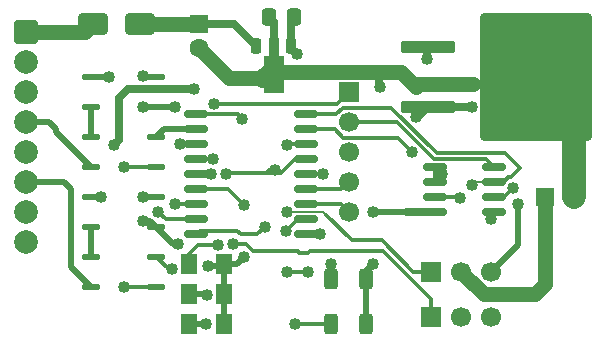
<source format=gtl>
G04 #@! TF.GenerationSoftware,KiCad,Pcbnew,9.0.6*
G04 #@! TF.CreationDate,2025-12-01T20:46:10-08:00*
G04 #@! TF.ProjectId,RocketServo,526f636b-6574-4536-9572-766f2e6b6963,n/c*
G04 #@! TF.SameCoordinates,Original*
G04 #@! TF.FileFunction,Copper,L1,Top*
G04 #@! TF.FilePolarity,Positive*
%FSLAX46Y46*%
G04 Gerber Fmt 4.6, Leading zero omitted, Abs format (unit mm)*
G04 Created by KiCad (PCBNEW 9.0.6) date 2025-12-01 20:46:10*
%MOMM*%
%LPD*%
G01*
G04 APERTURE LIST*
G04 Aperture macros list*
%AMRoundRect*
0 Rectangle with rounded corners*
0 $1 Rounding radius*
0 $2 $3 $4 $5 $6 $7 $8 $9 X,Y pos of 4 corners*
0 Add a 4 corners polygon primitive as box body*
4,1,4,$2,$3,$4,$5,$6,$7,$8,$9,$2,$3,0*
0 Add four circle primitives for the rounded corners*
1,1,$1+$1,$2,$3*
1,1,$1+$1,$4,$5*
1,1,$1+$1,$6,$7*
1,1,$1+$1,$8,$9*
0 Add four rect primitives between the rounded corners*
20,1,$1+$1,$2,$3,$4,$5,0*
20,1,$1+$1,$4,$5,$6,$7,0*
20,1,$1+$1,$6,$7,$8,$9,0*
20,1,$1+$1,$8,$9,$2,$3,0*%
%AMFreePoly0*
4,1,9,3.862500,-0.866500,0.737500,-0.866500,0.737500,-0.450000,-0.737500,-0.450000,-0.737500,0.450000,0.737500,0.450000,0.737500,0.866500,3.862500,0.866500,3.862500,-0.866500,3.862500,-0.866500,$1*%
G04 Aperture macros list end*
G04 #@! TA.AperFunction,SMDPad,CuDef*
%ADD10RoundRect,0.250001X-0.462499X-0.624999X0.462499X-0.624999X0.462499X0.624999X-0.462499X0.624999X0*%
G04 #@! TD*
G04 #@! TA.AperFunction,SMDPad,CuDef*
%ADD11RoundRect,0.137500X0.587500X0.137500X-0.587500X0.137500X-0.587500X-0.137500X0.587500X-0.137500X0*%
G04 #@! TD*
G04 #@! TA.AperFunction,SMDPad,CuDef*
%ADD12RoundRect,0.250000X0.337500X0.475000X-0.337500X0.475000X-0.337500X-0.475000X0.337500X-0.475000X0*%
G04 #@! TD*
G04 #@! TA.AperFunction,SMDPad,CuDef*
%ADD13RoundRect,0.225000X-0.225000X0.425000X-0.225000X-0.425000X0.225000X-0.425000X0.225000X0.425000X0*%
G04 #@! TD*
G04 #@! TA.AperFunction,SMDPad,CuDef*
%ADD14FreePoly0,270.000000*%
G04 #@! TD*
G04 #@! TA.AperFunction,SMDPad,CuDef*
%ADD15RoundRect,0.150000X-0.875000X-0.150000X0.875000X-0.150000X0.875000X0.150000X-0.875000X0.150000X0*%
G04 #@! TD*
G04 #@! TA.AperFunction,SMDPad,CuDef*
%ADD16RoundRect,0.250000X-0.312500X-0.625000X0.312500X-0.625000X0.312500X0.625000X-0.312500X0.625000X0*%
G04 #@! TD*
G04 #@! TA.AperFunction,ComponentPad*
%ADD17R,1.700000X1.700000*%
G04 #@! TD*
G04 #@! TA.AperFunction,ComponentPad*
%ADD18C,1.700000*%
G04 #@! TD*
G04 #@! TA.AperFunction,ComponentPad*
%ADD19RoundRect,0.250000X-0.550000X-0.550000X0.550000X-0.550000X0.550000X0.550000X-0.550000X0.550000X0*%
G04 #@! TD*
G04 #@! TA.AperFunction,ComponentPad*
%ADD20C,1.600000*%
G04 #@! TD*
G04 #@! TA.AperFunction,SMDPad,CuDef*
%ADD21RoundRect,0.250000X1.000000X0.650000X-1.000000X0.650000X-1.000000X-0.650000X1.000000X-0.650000X0*%
G04 #@! TD*
G04 #@! TA.AperFunction,SMDPad,CuDef*
%ADD22RoundRect,0.150000X-0.825000X-0.150000X0.825000X-0.150000X0.825000X0.150000X-0.825000X0.150000X0*%
G04 #@! TD*
G04 #@! TA.AperFunction,ComponentPad*
%ADD23RoundRect,0.250000X-0.750000X0.750000X-0.750000X-0.750000X0.750000X-0.750000X0.750000X0.750000X0*%
G04 #@! TD*
G04 #@! TA.AperFunction,ComponentPad*
%ADD24C,2.000000*%
G04 #@! TD*
G04 #@! TA.AperFunction,SMDPad,CuDef*
%ADD25RoundRect,0.137500X-0.587500X-0.137500X0.587500X-0.137500X0.587500X0.137500X-0.587500X0.137500X0*%
G04 #@! TD*
G04 #@! TA.AperFunction,ComponentPad*
%ADD26RoundRect,0.250000X-0.550000X0.550000X-0.550000X-0.550000X0.550000X-0.550000X0.550000X0.550000X0*%
G04 #@! TD*
G04 #@! TA.AperFunction,SMDPad,CuDef*
%ADD27RoundRect,0.250000X-2.050000X-0.300000X2.050000X-0.300000X2.050000X0.300000X-2.050000X0.300000X0*%
G04 #@! TD*
G04 #@! TA.AperFunction,SMDPad,CuDef*
%ADD28RoundRect,0.250002X-4.449998X-5.149998X4.449998X-5.149998X4.449998X5.149998X-4.449998X5.149998X0*%
G04 #@! TD*
G04 #@! TA.AperFunction,ViaPad*
%ADD29C,1.016000*%
G04 #@! TD*
G04 #@! TA.AperFunction,Conductor*
%ADD30C,0.508000*%
G04 #@! TD*
G04 #@! TA.AperFunction,Conductor*
%ADD31C,0.635000*%
G04 #@! TD*
G04 #@! TA.AperFunction,Conductor*
%ADD32C,1.270000*%
G04 #@! TD*
G04 #@! TA.AperFunction,Conductor*
%ADD33C,0.304800*%
G04 #@! TD*
G04 #@! TA.AperFunction,Conductor*
%ADD34C,0.203200*%
G04 #@! TD*
G04 #@! TA.AperFunction,Conductor*
%ADD35C,2.032000*%
G04 #@! TD*
G04 APERTURE END LIST*
D10*
X85507500Y-121285000D03*
X88482500Y-121285000D03*
D11*
X82760000Y-120650000D03*
X82760000Y-118110000D03*
X77260000Y-118110000D03*
X77260000Y-120650000D03*
D10*
X85507500Y-123825000D03*
X88482500Y-123825000D03*
D12*
X94382500Y-97790000D03*
X92307500Y-97790000D03*
D13*
X94210000Y-100285000D03*
D14*
X92710000Y-100372500D03*
D13*
X91210000Y-100285000D03*
D15*
X86155000Y-106045000D03*
X86155000Y-107315000D03*
X86155000Y-108585000D03*
X86155000Y-109855000D03*
X86155000Y-111125000D03*
X86155000Y-112395000D03*
X86155000Y-113665000D03*
X86155000Y-114935000D03*
X86155000Y-116205000D03*
X95455000Y-116205000D03*
X95455000Y-114935000D03*
X95455000Y-113665000D03*
X95455000Y-112395000D03*
X95455000Y-111125000D03*
X95455000Y-109855000D03*
X95455000Y-108585000D03*
X95455000Y-107315000D03*
X95455000Y-106045000D03*
D16*
X97597500Y-123825000D03*
X100522500Y-123825000D03*
D10*
X85507500Y-118745000D03*
X88482500Y-118745000D03*
D11*
X82760000Y-110490000D03*
X82760000Y-107950000D03*
X77260000Y-107950000D03*
X77260000Y-110490000D03*
D17*
X106045000Y-119380000D03*
D18*
X108585000Y-119380000D03*
X111125000Y-119380000D03*
D19*
X115657621Y-113030000D03*
D20*
X118157621Y-113030000D03*
D21*
X81375000Y-98425000D03*
X77375000Y-98425000D03*
D17*
X99060000Y-104140000D03*
D18*
X99060000Y-106680000D03*
X99060000Y-109220000D03*
X99060000Y-111760000D03*
X99060000Y-114300000D03*
D17*
X106045000Y-123190000D03*
D18*
X108585000Y-123190000D03*
X111125000Y-123190000D03*
D22*
X106380000Y-110490000D03*
X106380000Y-111760000D03*
X106380000Y-113030000D03*
X106380000Y-114300000D03*
X111330000Y-114300000D03*
X111330000Y-113030000D03*
X111330000Y-111760000D03*
X111330000Y-110490000D03*
D23*
X71755000Y-99060000D03*
D24*
X71755000Y-101600000D03*
X71755000Y-104140000D03*
X71755000Y-106680000D03*
X71755000Y-109220000D03*
X71755000Y-111760000D03*
X71755000Y-114300000D03*
X71755000Y-116840000D03*
D25*
X77260000Y-113030000D03*
X77260000Y-115570000D03*
X82760000Y-115570000D03*
X82760000Y-113030000D03*
D26*
X86360000Y-98425000D03*
D20*
X86360000Y-100425000D03*
D16*
X97597500Y-120015000D03*
X100522500Y-120015000D03*
D25*
X77260000Y-102870000D03*
X77260000Y-105410000D03*
X82760000Y-105410000D03*
X82760000Y-102870000D03*
D27*
X105785000Y-100330000D03*
D28*
X114935000Y-102870000D03*
D27*
X105785000Y-105410000D03*
D29*
X79184500Y-108648500D03*
X85979000Y-103886000D03*
X101727000Y-103759000D03*
X97536000Y-118745000D03*
X93853000Y-119380000D03*
X96625600Y-116205000D03*
X95631000Y-119380000D03*
X90194541Y-118132264D03*
X87122000Y-118872000D03*
X81657074Y-115060099D03*
X84617446Y-116980052D03*
X87376000Y-111125000D03*
X84328000Y-105410000D03*
X81607000Y-113030000D03*
X112930645Y-112282959D03*
X106988000Y-111125000D03*
X101092000Y-114300000D03*
X109474000Y-112014000D03*
X93853000Y-114300000D03*
X96901000Y-111125000D03*
X94646000Y-100934000D03*
X104439223Y-109236647D03*
X82915000Y-114300000D03*
X91948000Y-115570000D03*
X89262388Y-117022798D03*
X93853000Y-108643800D03*
X113411000Y-113665000D03*
X101092000Y-118745000D03*
X109522000Y-105410000D03*
X80010000Y-110490000D03*
X84328000Y-113665000D03*
X90153100Y-113703035D03*
X88001059Y-117131479D03*
X92837000Y-110744000D03*
X88641016Y-111047953D03*
X80010000Y-120650000D03*
X84763142Y-108510640D03*
X84079301Y-119155666D03*
X87630000Y-105156000D03*
X87583593Y-109774407D03*
X109601000Y-103505000D03*
X104775000Y-106299000D03*
X105664000Y-101346000D03*
X108458000Y-113157000D03*
X94488000Y-123825000D03*
X93726000Y-115951000D03*
X90043000Y-106426000D03*
X81657000Y-105383549D03*
X111125000Y-114935000D03*
X87051541Y-121341541D03*
X86995000Y-123825000D03*
X78740000Y-102870000D03*
X81607000Y-102802455D03*
X78105000Y-113030000D03*
D30*
X104390766Y-114300000D02*
X104013000Y-114300000D01*
D31*
X104013000Y-114300000D02*
X106380000Y-114300000D01*
X80391000Y-103886000D02*
X79629000Y-104648000D01*
X85979000Y-103886000D02*
X80391000Y-103886000D01*
X79629000Y-104648000D02*
X79629000Y-108204000D01*
X101727000Y-103759000D02*
X101600000Y-103632000D01*
D32*
X92110000Y-102454000D02*
X101600000Y-102454000D01*
D31*
X101600000Y-103632000D02*
X101600000Y-102454000D01*
D32*
X91567000Y-102997000D02*
X92110000Y-102454000D01*
X103470000Y-102454000D02*
X104775000Y-103759000D01*
X101600000Y-102454000D02*
X103470000Y-102454000D01*
X104775000Y-103759000D02*
X105029000Y-103505000D01*
X105029000Y-103505000D02*
X109601000Y-103505000D01*
D33*
X94709500Y-100784500D02*
X94709500Y-100870500D01*
X94709500Y-100870500D02*
X94646000Y-100934000D01*
X94210000Y-100285000D02*
X94709500Y-100784500D01*
X85507500Y-118745000D02*
X85507500Y-117870001D01*
X95775501Y-117602000D02*
X95627101Y-117750400D01*
X101981000Y-117602000D02*
X95775501Y-117602000D01*
X86261509Y-117115992D02*
X87985572Y-117115992D01*
X90390754Y-117040976D02*
X89280566Y-117040976D01*
X89280566Y-117040976D02*
X89262388Y-117022798D01*
X90951778Y-117602000D02*
X90390754Y-117040976D01*
X106045000Y-121666000D02*
X101981000Y-117602000D01*
X86155000Y-112395000D02*
X88845065Y-112395000D01*
X94724499Y-117602000D02*
X90951778Y-117602000D01*
X95627101Y-117750400D02*
X94872899Y-117750400D01*
X88845065Y-112395000D02*
X90153100Y-113703035D01*
X94872899Y-117750400D02*
X94724499Y-117602000D01*
X106045000Y-123190000D02*
X106045000Y-121666000D01*
X87985572Y-117115992D02*
X88001059Y-117131479D01*
X85507500Y-117870001D02*
X86261509Y-117115992D01*
X95455000Y-108585000D02*
X93911800Y-108585000D01*
X93911800Y-108585000D02*
X93853000Y-108643800D01*
X95455000Y-116205000D02*
X96625600Y-116205000D01*
X97597500Y-118806500D02*
X97536000Y-118745000D01*
X97597500Y-120015000D02*
X97597500Y-118806500D01*
X93853000Y-119380000D02*
X95631000Y-119380000D01*
X89596101Y-115905000D02*
X86455000Y-115905000D01*
X86455000Y-115905000D02*
X86155000Y-116205000D01*
X91313000Y-116205000D02*
X89896101Y-116205000D01*
X91948000Y-115570000D02*
X91313000Y-116205000D01*
X89896101Y-116205000D02*
X89596101Y-115905000D01*
D30*
X89581805Y-118745000D02*
X90194541Y-118132264D01*
X88482500Y-118745000D02*
X89581805Y-118745000D01*
D32*
X88932000Y-102997000D02*
X91567000Y-102997000D01*
X91567000Y-102997000D02*
X91694000Y-103124000D01*
D31*
X92710000Y-100372500D02*
X92710000Y-102108000D01*
D32*
X92710000Y-102108000D02*
X91694000Y-103124000D01*
X88932000Y-102997000D02*
X86360000Y-100425000D01*
D30*
X85507500Y-121285000D02*
X86995000Y-121285000D01*
X86995000Y-121285000D02*
X87051541Y-121341541D01*
X87122000Y-118872000D02*
X88355500Y-118872000D01*
X88355500Y-118872000D02*
X88482500Y-118745000D01*
X82250099Y-115060099D02*
X82760000Y-115570000D01*
X81657074Y-115060099D02*
X82250099Y-115060099D01*
D33*
X82760000Y-118110000D02*
X83805666Y-119155666D01*
X83805666Y-119155666D02*
X84079301Y-119155666D01*
D30*
X84617446Y-116980052D02*
X84170052Y-116980052D01*
X84170052Y-116980052D02*
X82760000Y-115570000D01*
D33*
X87503000Y-109855000D02*
X87583593Y-109774407D01*
X92075000Y-110998000D02*
X88690969Y-110998000D01*
X86155000Y-109855000D02*
X87503000Y-109855000D01*
X88690969Y-110998000D02*
X88641016Y-111047953D01*
D30*
X87376000Y-111125000D02*
X86155000Y-111125000D01*
X84328000Y-105410000D02*
X82760000Y-105410000D01*
D33*
X81607000Y-113030000D02*
X82760000Y-113030000D01*
X112782441Y-111372559D02*
X112553544Y-111372559D01*
X113538000Y-110617000D02*
X112782441Y-111372559D01*
X112252800Y-109331800D02*
X113538000Y-110617000D01*
X102641336Y-105476600D02*
X106496536Y-109331800D01*
X112166103Y-111760000D02*
X111330000Y-111760000D01*
X98561535Y-105476600D02*
X102641336Y-105476600D01*
X112553544Y-111372559D02*
X112166103Y-111760000D01*
X106496536Y-109331800D02*
X112252800Y-109331800D01*
X97993135Y-106045000D02*
X98561535Y-105476600D01*
X95455000Y-106045000D02*
X97993135Y-106045000D01*
X112183604Y-113030000D02*
X111330000Y-113030000D01*
X112930645Y-112282959D02*
X112183604Y-113030000D01*
D30*
X106988000Y-111098000D02*
X106380000Y-110490000D01*
X106988000Y-111125000D02*
X106988000Y-111098000D01*
X104013000Y-114300000D02*
X101092000Y-114300000D01*
X106380000Y-114300000D02*
X104390766Y-114300000D01*
X104390766Y-114300000D02*
X104390152Y-114300614D01*
D32*
X108585000Y-119380000D02*
X110490000Y-121285000D01*
X110490000Y-121285000D02*
X114808000Y-121285000D01*
X114808000Y-121285000D02*
X115657621Y-120435379D01*
X115657621Y-120435379D02*
X115657621Y-113030000D01*
D34*
X109728000Y-111760000D02*
X109474000Y-112014000D01*
X111330000Y-111760000D02*
X109728000Y-111760000D01*
X97157791Y-114553296D02*
X96904495Y-114300000D01*
X96904495Y-114300000D02*
X93853000Y-114300000D01*
D33*
X95455000Y-111125000D02*
X96901000Y-111125000D01*
X110676600Y-109836600D02*
X106287440Y-109836600D01*
X98561535Y-108016600D02*
X103219176Y-108016600D01*
X95455000Y-107315000D02*
X97859935Y-107315000D01*
X103219176Y-108016600D02*
X104439223Y-109236647D01*
X111330000Y-110490000D02*
X110676600Y-109836600D01*
X97859935Y-107315000D02*
X98561535Y-108016600D01*
X103130840Y-106680000D02*
X99060000Y-106680000D01*
X106287440Y-109836600D02*
X103130840Y-106680000D01*
X86155000Y-114935000D02*
X83550000Y-114935000D01*
X83550000Y-114935000D02*
X82915000Y-114300000D01*
X106045000Y-119380000D02*
X104521000Y-119380000D01*
X104521000Y-119380000D02*
X101854000Y-116713000D01*
X101854000Y-116713000D02*
X99317495Y-116713000D01*
X99317495Y-116713000D02*
X97157791Y-114553296D01*
X95455000Y-112395000D02*
X98425000Y-112395000D01*
X98425000Y-112395000D02*
X99060000Y-111760000D01*
X95455000Y-113665000D02*
X98425000Y-113665000D01*
X98425000Y-113665000D02*
X99060000Y-114300000D01*
D30*
X111125000Y-119380000D02*
X113411000Y-117094000D01*
X113411000Y-117094000D02*
X113411000Y-113665000D01*
X100522500Y-120015000D02*
X100522500Y-119314500D01*
X100522500Y-119314500D02*
X101092000Y-118745000D01*
D31*
X109522000Y-105410000D02*
X105785000Y-105410000D01*
D35*
X118157621Y-113030000D02*
X118157621Y-106092621D01*
X118157621Y-106092621D02*
X114935000Y-102870000D01*
D33*
X82760000Y-110490000D02*
X80010000Y-110490000D01*
X86155000Y-108585000D02*
X84837502Y-108585000D01*
X84837502Y-108585000D02*
X84763142Y-108510640D01*
X86155000Y-113665000D02*
X84328000Y-113665000D01*
X92075000Y-110998000D02*
X93345000Y-110998000D01*
X92837000Y-110744000D02*
X92329000Y-110744000D01*
X92329000Y-110744000D02*
X92075000Y-110998000D01*
X94488000Y-109855000D02*
X95455000Y-109855000D01*
X93345000Y-110998000D02*
X94488000Y-109855000D01*
X82760000Y-120650000D02*
X80010000Y-120650000D01*
X98044000Y-105156000D02*
X87630000Y-105156000D01*
X99060000Y-104140000D02*
X98044000Y-105156000D01*
D31*
X109601000Y-103505000D02*
X114300000Y-103505000D01*
X114300000Y-103505000D02*
X114935000Y-102870000D01*
X104775000Y-106299000D02*
X104896000Y-106299000D01*
X104896000Y-106299000D02*
X105785000Y-105410000D01*
X105664000Y-101346000D02*
X105664000Y-100451000D01*
X105664000Y-100451000D02*
X105785000Y-100330000D01*
D33*
X108331000Y-113030000D02*
X108458000Y-113157000D01*
X106380000Y-113030000D02*
X108331000Y-113030000D01*
X106380000Y-111760000D02*
X106380000Y-110490000D01*
X94488000Y-123825000D02*
X97597500Y-123825000D01*
X95455000Y-114935000D02*
X94742000Y-114935000D01*
X94742000Y-114935000D02*
X93726000Y-115951000D01*
X86155000Y-106045000D02*
X89662000Y-106045000D01*
X89662000Y-106045000D02*
X90043000Y-106426000D01*
D31*
X92710000Y-100372500D02*
X92710000Y-98192500D01*
D30*
X81683451Y-105410000D02*
X81657000Y-105383549D01*
D31*
X92710000Y-98192500D02*
X92307500Y-97790000D01*
D30*
X82760000Y-105410000D02*
X81683451Y-105410000D01*
X100522500Y-123825000D02*
X100522500Y-120015000D01*
D31*
X94210000Y-100285000D02*
X94210000Y-97962500D01*
X94210000Y-97962500D02*
X94382500Y-97790000D01*
D30*
X88482500Y-123825000D02*
X88482500Y-121285000D01*
X88482500Y-121285000D02*
X88482500Y-118745000D01*
D33*
X111125000Y-114505000D02*
X111330000Y-114300000D01*
X111125000Y-114935000D02*
X111125000Y-114505000D01*
D32*
X81375000Y-98425000D02*
X86360000Y-98425000D01*
D31*
X91210000Y-100285000D02*
X89350000Y-98425000D01*
X89350000Y-98425000D02*
X86360000Y-98425000D01*
D32*
X71755000Y-99060000D02*
X76740000Y-99060000D01*
X76740000Y-99060000D02*
X77375000Y-98425000D01*
D30*
X86995000Y-123825000D02*
X85507500Y-123825000D01*
X77260000Y-102870000D02*
X78740000Y-102870000D01*
X81674545Y-102870000D02*
X81607000Y-102802455D01*
X82760000Y-102870000D02*
X81674545Y-102870000D01*
X77260000Y-107950000D02*
X77260000Y-105410000D01*
X77260000Y-113030000D02*
X78105000Y-113030000D01*
X77260000Y-115570000D02*
X77260000Y-118110000D01*
X83395000Y-107315000D02*
X86155000Y-107315000D01*
X82760000Y-107950000D02*
X83395000Y-107315000D01*
X74930000Y-111760000D02*
X71755000Y-111760000D01*
X77260000Y-120650000D02*
X75565000Y-118955000D01*
X75565000Y-112395000D02*
X74930000Y-111760000D01*
X75565000Y-118955000D02*
X75565000Y-112395000D01*
X77260000Y-110490000D02*
X74295000Y-107525000D01*
X74295000Y-107315000D02*
X73660000Y-106680000D01*
X73660000Y-106680000D02*
X71755000Y-106680000D01*
X74295000Y-107315000D02*
X74295000Y-107525000D01*
M02*

</source>
